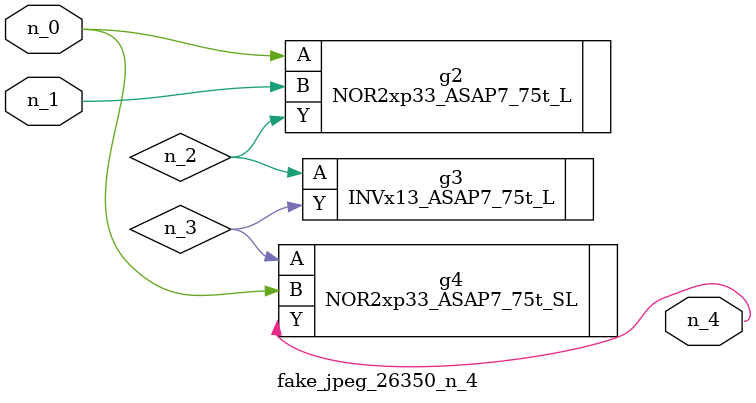
<source format=v>
module fake_jpeg_26350_n_4 (n_0, n_1, n_4);

input n_0;
input n_1;

output n_4;

wire n_2;
wire n_3;

NOR2xp33_ASAP7_75t_L g2 ( 
.A(n_0),
.B(n_1),
.Y(n_2)
);

INVx13_ASAP7_75t_L g3 ( 
.A(n_2),
.Y(n_3)
);

NOR2xp33_ASAP7_75t_SL g4 ( 
.A(n_3),
.B(n_0),
.Y(n_4)
);


endmodule
</source>
